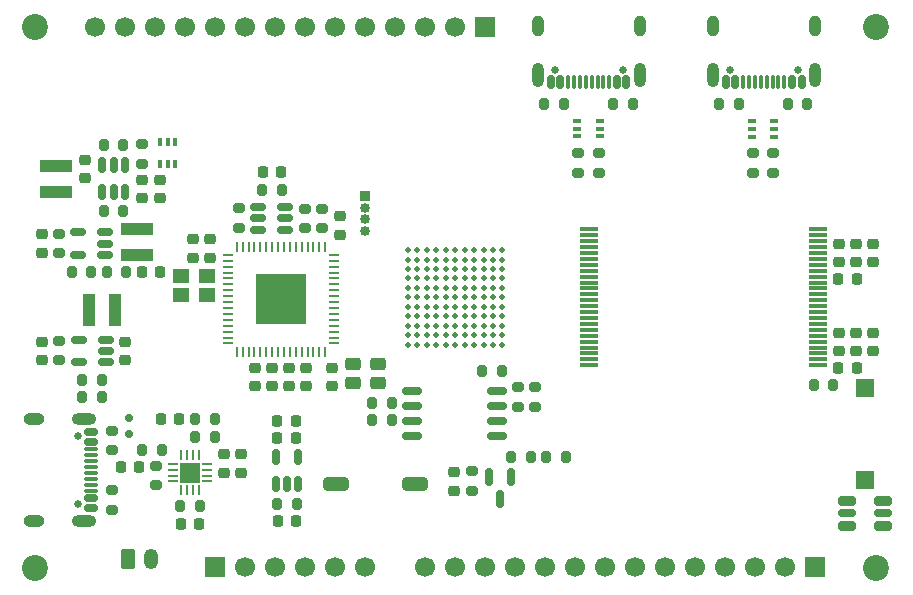
<source format=gbr>
%TF.GenerationSoftware,KiCad,Pcbnew,9.0.3*%
%TF.CreationDate,2025-10-26T12:54:33-04:00*%
%TF.ProjectId,SeedSBC_rev1_1,53656564-5342-4435-9f72-6576315f312e,rev?*%
%TF.SameCoordinates,Original*%
%TF.FileFunction,Soldermask,Top*%
%TF.FilePolarity,Negative*%
%FSLAX46Y46*%
G04 Gerber Fmt 4.6, Leading zero omitted, Abs format (unit mm)*
G04 Created by KiCad (PCBNEW 9.0.3) date 2025-10-26 12:54:33*
%MOMM*%
%LPD*%
G01*
G04 APERTURE LIST*
G04 Aperture macros list*
%AMRoundRect*
0 Rectangle with rounded corners*
0 $1 Rounding radius*
0 $2 $3 $4 $5 $6 $7 $8 $9 X,Y pos of 4 corners*
0 Add a 4 corners polygon primitive as box body*
4,1,4,$2,$3,$4,$5,$6,$7,$8,$9,$2,$3,0*
0 Add four circle primitives for the rounded corners*
1,1,$1+$1,$2,$3*
1,1,$1+$1,$4,$5*
1,1,$1+$1,$6,$7*
1,1,$1+$1,$8,$9*
0 Add four rect primitives between the rounded corners*
20,1,$1+$1,$2,$3,$4,$5,0*
20,1,$1+$1,$4,$5,$6,$7,0*
20,1,$1+$1,$6,$7,$8,$9,0*
20,1,$1+$1,$8,$9,$2,$3,0*%
G04 Aperture macros list end*
%ADD10RoundRect,0.200000X0.200000X0.275000X-0.200000X0.275000X-0.200000X-0.275000X0.200000X-0.275000X0*%
%ADD11RoundRect,0.200000X0.275000X-0.200000X0.275000X0.200000X-0.275000X0.200000X-0.275000X-0.200000X0*%
%ADD12RoundRect,0.225000X0.250000X-0.225000X0.250000X0.225000X-0.250000X0.225000X-0.250000X-0.225000X0*%
%ADD13RoundRect,0.150000X-0.200000X0.150000X-0.200000X-0.150000X0.200000X-0.150000X0.200000X0.150000X0*%
%ADD14RoundRect,0.150000X-0.150000X0.587500X-0.150000X-0.587500X0.150000X-0.587500X0.150000X0.587500X0*%
%ADD15C,0.650000*%
%ADD16RoundRect,0.150000X-0.425000X0.150000X-0.425000X-0.150000X0.425000X-0.150000X0.425000X0.150000X0*%
%ADD17RoundRect,0.075000X-0.500000X0.075000X-0.500000X-0.075000X0.500000X-0.075000X0.500000X0.075000X0*%
%ADD18O,2.100000X1.000000*%
%ADD19O,1.800000X1.000000*%
%ADD20RoundRect,0.200000X-0.200000X-0.275000X0.200000X-0.275000X0.200000X0.275000X-0.200000X0.275000X0*%
%ADD21R,1.000000X2.700000*%
%ADD22R,2.700000X1.000000*%
%ADD23RoundRect,0.160000X0.565000X0.240000X-0.565000X0.240000X-0.565000X-0.240000X0.565000X-0.240000X0*%
%ADD24RoundRect,0.120000X0.605000X0.180000X-0.605000X0.180000X-0.605000X-0.180000X0.605000X-0.180000X0*%
%ADD25RoundRect,0.225000X-0.250000X0.225000X-0.250000X-0.225000X0.250000X-0.225000X0.250000X0.225000X0*%
%ADD26RoundRect,0.200000X-0.275000X0.200000X-0.275000X-0.200000X0.275000X-0.200000X0.275000X0.200000X0*%
%ADD27RoundRect,0.250000X-0.350000X-0.625000X0.350000X-0.625000X0.350000X0.625000X-0.350000X0.625000X0*%
%ADD28O,1.200000X1.750000*%
%ADD29RoundRect,0.225000X0.225000X0.250000X-0.225000X0.250000X-0.225000X-0.250000X0.225000X-0.250000X0*%
%ADD30RoundRect,0.250000X-0.830000X-0.310000X0.830000X-0.310000X0.830000X0.310000X-0.830000X0.310000X0*%
%ADD31RoundRect,0.150000X0.512500X0.150000X-0.512500X0.150000X-0.512500X-0.150000X0.512500X-0.150000X0*%
%ADD32RoundRect,0.218750X0.256250X-0.218750X0.256250X0.218750X-0.256250X0.218750X-0.256250X-0.218750X0*%
%ADD33RoundRect,0.150000X0.150000X-0.512500X0.150000X0.512500X-0.150000X0.512500X-0.150000X-0.512500X0*%
%ADD34RoundRect,0.100000X0.225000X0.100000X-0.225000X0.100000X-0.225000X-0.100000X0.225000X-0.100000X0*%
%ADD35RoundRect,0.062500X-0.337500X-0.062500X0.337500X-0.062500X0.337500X0.062500X-0.337500X0.062500X0*%
%ADD36RoundRect,0.062500X-0.062500X-0.337500X0.062500X-0.337500X0.062500X0.337500X-0.062500X0.337500X0*%
%ADD37R,4.350000X4.350000*%
%ADD38R,1.500000X1.500000*%
%ADD39C,2.200000*%
%ADD40RoundRect,0.150000X-0.512500X-0.150000X0.512500X-0.150000X0.512500X0.150000X-0.512500X0.150000X0*%
%ADD41C,0.500000*%
%ADD42R,1.400000X1.200000*%
%ADD43RoundRect,0.150000X0.150000X0.425000X-0.150000X0.425000X-0.150000X-0.425000X0.150000X-0.425000X0*%
%ADD44RoundRect,0.075000X0.075000X0.500000X-0.075000X0.500000X-0.075000X-0.500000X0.075000X-0.500000X0*%
%ADD45O,1.000000X2.100000*%
%ADD46O,1.000000X1.800000*%
%ADD47RoundRect,0.218750X-0.256250X0.218750X-0.256250X-0.218750X0.256250X-0.218750X0.256250X0.218750X0*%
%ADD48R,1.700000X1.700000*%
%ADD49C,1.700000*%
%ADD50RoundRect,0.162500X-0.650000X-0.162500X0.650000X-0.162500X0.650000X0.162500X-0.650000X0.162500X0*%
%ADD51RoundRect,0.225000X-0.225000X-0.250000X0.225000X-0.250000X0.225000X0.250000X-0.225000X0.250000X0*%
%ADD52RoundRect,0.218750X-0.218750X-0.256250X0.218750X-0.256250X0.218750X0.256250X-0.218750X0.256250X0*%
%ADD53RoundRect,0.250000X-0.400000X-0.300000X0.400000X-0.300000X0.400000X0.300000X-0.400000X0.300000X0*%
%ADD54RoundRect,0.218750X0.218750X0.256250X-0.218750X0.256250X-0.218750X-0.256250X0.218750X-0.256250X0*%
%ADD55RoundRect,0.100000X-0.100000X0.225000X-0.100000X-0.225000X0.100000X-0.225000X0.100000X0.225000X0*%
%ADD56RoundRect,0.075000X-0.712500X-0.075000X0.712500X-0.075000X0.712500X0.075000X-0.712500X0.075000X0*%
%ADD57RoundRect,0.062500X0.062500X-0.350000X0.062500X0.350000X-0.062500X0.350000X-0.062500X-0.350000X0*%
%ADD58RoundRect,0.062500X0.350000X-0.062500X0.350000X0.062500X-0.350000X0.062500X-0.350000X-0.062500X0*%
%ADD59R,1.680000X1.680000*%
%ADD60R,0.850000X0.850000*%
%ADD61C,0.850000*%
G04 APERTURE END LIST*
D10*
%TO.C,R26*%
X148900000Y-85200000D03*
X147250000Y-85200000D03*
%TD*%
D11*
%TO.C,R21*%
X106154000Y-106944600D03*
X106154000Y-105294600D03*
%TD*%
D10*
%TO.C,R23*%
X163700000Y-85200000D03*
X162050000Y-85200000D03*
%TD*%
D12*
%TO.C,C33*%
X173620000Y-98605000D03*
X173620000Y-97055000D03*
%TD*%
D13*
%TO.C,D1*%
X112070000Y-113210000D03*
X112070000Y-111810000D03*
%TD*%
D14*
%TO.C,Q2*%
X144460000Y-116815000D03*
X142560000Y-116815000D03*
X143510000Y-118690000D03*
%TD*%
D11*
%TO.C,R18*%
X145000000Y-110860000D03*
X145000000Y-109210000D03*
%TD*%
D15*
%TO.C,J6*%
X107757500Y-113335000D03*
X107757500Y-119115000D03*
D16*
X108832500Y-113025000D03*
X108832500Y-113825000D03*
D17*
X108832500Y-114975000D03*
X108832500Y-115975000D03*
X108832500Y-116475000D03*
X108832500Y-117475000D03*
D16*
X108832500Y-118625000D03*
X108832500Y-119425000D03*
X108832500Y-119425000D03*
X108832500Y-118625000D03*
D17*
X108832500Y-117975000D03*
X108832500Y-116975000D03*
X108832500Y-115475000D03*
X108832500Y-114475000D03*
D16*
X108832500Y-113825000D03*
X108832500Y-113025000D03*
D18*
X108257500Y-111905000D03*
D19*
X104077500Y-111905000D03*
D18*
X108257500Y-120545000D03*
D19*
X104077500Y-120545000D03*
%TD*%
D12*
%TO.C,C40*%
X124170000Y-109100000D03*
X124170000Y-107550000D03*
%TD*%
D20*
%TO.C,R53*%
X116400000Y-119300000D03*
X118050000Y-119300000D03*
%TD*%
D21*
%TO.C,L1*%
X108686500Y-102679600D03*
X110886500Y-102679600D03*
%TD*%
D22*
%TO.C,L2*%
X112725200Y-95801200D03*
X112725200Y-98001200D03*
%TD*%
D23*
%TO.C,D3*%
X175925000Y-120940000D03*
D24*
X175925000Y-119890000D03*
D23*
X175925000Y-118840000D03*
X172875000Y-118840000D03*
D24*
X172875000Y-119890000D03*
D23*
X172875000Y-120940000D03*
%TD*%
D25*
%TO.C,C16*%
X108351600Y-89957400D03*
X108351600Y-91507400D03*
%TD*%
D26*
%TO.C,R35*%
X150110000Y-89385000D03*
X150110000Y-91035000D03*
%TD*%
D12*
%TO.C,C55*%
X175090000Y-98605000D03*
X175090000Y-97055000D03*
%TD*%
D20*
%TO.C,R24*%
X167850000Y-85200000D03*
X169500000Y-85200000D03*
%TD*%
D27*
%TO.C,J3*%
X111960000Y-123740000D03*
D28*
X113960000Y-123740000D03*
%TD*%
D29*
%TO.C,C4*%
X116330000Y-111940000D03*
X114780000Y-111940000D03*
%TD*%
D11*
%TO.C,R10*%
X110640000Y-114555000D03*
X110640000Y-112905000D03*
%TD*%
D30*
%TO.C,JP2*%
X129578600Y-117398800D03*
X136308600Y-117398800D03*
%TD*%
D11*
%TO.C,R16*%
X146460000Y-110870000D03*
X146460000Y-109220000D03*
%TD*%
D31*
%TO.C,U11*%
X110094000Y-107074600D03*
X110094000Y-106124600D03*
X110094000Y-105174600D03*
X107819000Y-105174600D03*
X107819000Y-107074600D03*
%TD*%
D32*
%TO.C,D6*%
X121570000Y-116435000D03*
X121570000Y-114860000D03*
%TD*%
D31*
%TO.C,U1*%
X110063200Y-97993200D03*
X110063200Y-97043200D03*
X110063200Y-96093200D03*
X107788200Y-96093200D03*
X107788200Y-97993200D03*
%TD*%
D33*
%TO.C,U4*%
X109831600Y-92647400D03*
X110781600Y-92647400D03*
X111731600Y-92647400D03*
X111731600Y-90372400D03*
X110781600Y-90372400D03*
X109831600Y-90372400D03*
%TD*%
D20*
%TO.C,R13*%
X107223200Y-99473200D03*
X108873200Y-99473200D03*
%TD*%
D33*
%TO.C,U10*%
X124490000Y-117420000D03*
X125440000Y-117420000D03*
X126390000Y-117420000D03*
X126390000Y-115145000D03*
X124490000Y-115145000D03*
%TD*%
D25*
%TO.C,C41*%
X173620000Y-104580000D03*
X173620000Y-106130000D03*
%TD*%
D10*
%TO.C,R9*%
X109764000Y-108559600D03*
X108114000Y-108559600D03*
%TD*%
D20*
%TO.C,R48*%
X123350000Y-92479600D03*
X125000000Y-92479600D03*
%TD*%
D34*
%TO.C,U14*%
X166710000Y-88009200D03*
X166710000Y-87359200D03*
X166710000Y-86709200D03*
X164810000Y-86709200D03*
X164810000Y-87359200D03*
X164810000Y-88009200D03*
%TD*%
D35*
%TO.C,U8*%
X120500000Y-98000000D03*
X120500000Y-98500000D03*
X120500000Y-99000000D03*
X120500000Y-99500000D03*
X120500000Y-100000000D03*
X120500000Y-100500000D03*
X120500000Y-101000000D03*
X120500000Y-101500000D03*
X120500000Y-102000000D03*
X120500000Y-102500000D03*
X120500000Y-103000000D03*
X120500000Y-103500000D03*
X120500000Y-104000000D03*
X120500000Y-104500000D03*
X120500000Y-105000000D03*
X120500000Y-105500000D03*
D36*
X121200000Y-106200000D03*
X121700000Y-106200000D03*
X122200000Y-106200000D03*
X122700000Y-106200000D03*
X123200000Y-106200000D03*
X123700000Y-106200000D03*
X124200000Y-106200000D03*
X124700000Y-106200000D03*
X125200000Y-106200000D03*
X125700000Y-106200000D03*
X126200000Y-106200000D03*
X126700000Y-106200000D03*
X127200000Y-106200000D03*
X127700000Y-106200000D03*
X128200000Y-106200000D03*
X128700000Y-106200000D03*
D35*
X129400000Y-105500000D03*
X129400000Y-105000000D03*
X129400000Y-104500000D03*
X129400000Y-104000000D03*
X129400000Y-103500000D03*
X129400000Y-103000000D03*
X129400000Y-102500000D03*
X129400000Y-102000000D03*
X129400000Y-101500000D03*
X129400000Y-101000000D03*
X129400000Y-100500000D03*
X129400000Y-100000000D03*
X129400000Y-99500000D03*
X129400000Y-99000000D03*
X129400000Y-98500000D03*
X129400000Y-98000000D03*
D36*
X128700000Y-97300000D03*
X128200000Y-97300000D03*
X127700000Y-97300000D03*
X127200000Y-97300000D03*
X126700000Y-97300000D03*
X126200000Y-97300000D03*
X125700000Y-97300000D03*
X125200000Y-97300000D03*
X124700000Y-97300000D03*
X124200000Y-97300000D03*
X123700000Y-97300000D03*
X123200000Y-97300000D03*
X122700000Y-97300000D03*
X122200000Y-97300000D03*
X121700000Y-97300000D03*
X121200000Y-97300000D03*
D37*
X124950000Y-101750000D03*
%TD*%
D12*
%TO.C,C42*%
X125630000Y-109100000D03*
X125630000Y-107550000D03*
%TD*%
D11*
%TO.C,R5*%
X114377500Y-117515000D03*
X114377500Y-115865000D03*
%TD*%
D25*
%TO.C,C15*%
X175080000Y-104580000D03*
X175080000Y-106130000D03*
%TD*%
D38*
%TO.C,SW1*%
X174390000Y-117090000D03*
X174390000Y-109290000D03*
%TD*%
D39*
%TO.C,H2*%
X175300000Y-78700000D03*
%TD*%
D11*
%TO.C,R50*%
X128430000Y-95739600D03*
X128430000Y-94089600D03*
%TD*%
%TO.C,R49*%
X126970000Y-95734600D03*
X126970000Y-94084600D03*
%TD*%
D10*
%TO.C,R17*%
X134310000Y-112000000D03*
X132660000Y-112000000D03*
%TD*%
D12*
%TO.C,C37*%
X117468800Y-98230000D03*
X117468800Y-96680000D03*
%TD*%
D20*
%TO.C,R27*%
X153080000Y-85200000D03*
X154730000Y-85200000D03*
%TD*%
D10*
%TO.C,R4*%
X114832500Y-114485000D03*
X113182500Y-114485000D03*
%TD*%
D40*
%TO.C,U7*%
X123042500Y-93959600D03*
X123042500Y-94909600D03*
X123042500Y-95859600D03*
X125317500Y-95859600D03*
X125317500Y-94909600D03*
X125317500Y-93959600D03*
%TD*%
D41*
%TO.C,U2*%
X135700000Y-97600000D03*
X136500000Y-97600000D03*
X137300000Y-97600000D03*
X138100000Y-97600000D03*
X138900000Y-97600000D03*
X139700000Y-97600000D03*
X140500000Y-97600000D03*
X141300000Y-97600000D03*
X142100000Y-97600000D03*
X142900000Y-97600000D03*
X143700000Y-97600000D03*
X135700000Y-98400000D03*
X136500000Y-98400000D03*
X137300000Y-98400000D03*
X138100000Y-98400000D03*
X138900000Y-98400000D03*
X139700000Y-98400000D03*
X140500000Y-98400000D03*
X141300000Y-98400000D03*
X142100000Y-98400000D03*
X142900000Y-98400000D03*
X143700000Y-98400000D03*
X135700000Y-99200000D03*
X136500000Y-99200000D03*
X137300000Y-99200000D03*
X138100000Y-99200000D03*
X138900000Y-99200000D03*
X139700000Y-99200000D03*
X140500000Y-99200000D03*
X141300000Y-99200000D03*
X142100000Y-99200000D03*
X142900000Y-99200000D03*
X143700000Y-99200000D03*
X135700000Y-100000000D03*
X136500000Y-100000000D03*
X137300000Y-100000000D03*
X138100000Y-100000000D03*
X138900000Y-100000000D03*
X139700000Y-100000000D03*
X140500000Y-100000000D03*
X141300000Y-100000000D03*
X142100000Y-100000000D03*
X142900000Y-100000000D03*
X143700000Y-100000000D03*
X135700000Y-100800000D03*
X136500000Y-100800000D03*
X137300000Y-100800000D03*
X138100000Y-100800000D03*
X138900000Y-100800000D03*
X139700000Y-100800000D03*
X140500000Y-100800000D03*
X141300000Y-100800000D03*
X142100000Y-100800000D03*
X142900000Y-100800000D03*
X143700000Y-100800000D03*
X135700000Y-101600000D03*
X136500000Y-101600000D03*
X137300000Y-101600000D03*
X138100000Y-101600000D03*
X138900000Y-101600000D03*
X139700000Y-101600000D03*
X140500000Y-101600000D03*
X141300000Y-101600000D03*
X142100000Y-101600000D03*
X142900000Y-101600000D03*
X143700000Y-101600000D03*
X135700000Y-102400000D03*
X136500000Y-102400000D03*
X137300000Y-102400000D03*
X138100000Y-102400000D03*
X138900000Y-102400000D03*
X139700000Y-102400000D03*
X140500000Y-102400000D03*
X141300000Y-102400000D03*
X142100000Y-102400000D03*
X142900000Y-102400000D03*
X143700000Y-102400000D03*
X135700000Y-103200000D03*
X136500000Y-103200000D03*
X137300000Y-103200000D03*
X138100000Y-103200000D03*
X138900000Y-103200000D03*
X139700000Y-103200000D03*
X140500000Y-103200000D03*
X141300000Y-103200000D03*
X142100000Y-103200000D03*
X142900000Y-103200000D03*
X143700000Y-103200000D03*
X135700000Y-104000000D03*
X136500000Y-104000000D03*
X137300000Y-104000000D03*
X138100000Y-104000000D03*
X138900000Y-104000000D03*
X139700000Y-104000000D03*
X140500000Y-104000000D03*
X141300000Y-104000000D03*
X142100000Y-104000000D03*
X142900000Y-104000000D03*
X143700000Y-104000000D03*
X135700000Y-104800000D03*
X136500000Y-104800000D03*
X137300000Y-104800000D03*
X138100000Y-104800000D03*
X138900000Y-104800000D03*
X139700000Y-104800000D03*
X140500000Y-104800000D03*
X141300000Y-104800000D03*
X142100000Y-104800000D03*
X142900000Y-104800000D03*
X143700000Y-104800000D03*
X135700000Y-105600000D03*
X136500000Y-105600000D03*
X137300000Y-105600000D03*
X138100000Y-105600000D03*
X138900000Y-105600000D03*
X139700000Y-105600000D03*
X140500000Y-105600000D03*
X141300000Y-105600000D03*
X142100000Y-105600000D03*
X142900000Y-105600000D03*
X143700000Y-105600000D03*
%TD*%
D42*
%TO.C,Y1*%
X118668800Y-99830000D03*
X118668800Y-101430000D03*
X116468800Y-101430000D03*
X116468800Y-99830000D03*
%TD*%
D15*
%TO.C,J1*%
X168710000Y-82315000D03*
X162930000Y-82315000D03*
D43*
X169020000Y-83390000D03*
X168220000Y-83390000D03*
D44*
X167070000Y-83390000D03*
X166070000Y-83390000D03*
X165570000Y-83390000D03*
X164570000Y-83390000D03*
D43*
X163420000Y-83390000D03*
X162620000Y-83390000D03*
X162620000Y-83390000D03*
X163420000Y-83390000D03*
D44*
X164070000Y-83390000D03*
X165070000Y-83390000D03*
X166570000Y-83390000D03*
X167570000Y-83390000D03*
D43*
X168220000Y-83390000D03*
X169020000Y-83390000D03*
D45*
X170140000Y-82815000D03*
D46*
X170140000Y-78635000D03*
D45*
X161500000Y-82815000D03*
D46*
X161500000Y-78635000D03*
%TD*%
D47*
%TO.C,D4*%
X139620000Y-116385000D03*
X139620000Y-117960000D03*
%TD*%
D15*
%TO.C,J7*%
X153890000Y-82315000D03*
X148110000Y-82315000D03*
D43*
X154200000Y-83390000D03*
X153400000Y-83390000D03*
D44*
X152250000Y-83390000D03*
X151250000Y-83390000D03*
X150750000Y-83390000D03*
X149750000Y-83390000D03*
D43*
X148600000Y-83390000D03*
X147800000Y-83390000D03*
X147800000Y-83390000D03*
X148600000Y-83390000D03*
D44*
X149250000Y-83390000D03*
X150250000Y-83390000D03*
X151750000Y-83390000D03*
X152750000Y-83390000D03*
D43*
X153400000Y-83390000D03*
X154200000Y-83390000D03*
D45*
X155320000Y-82815000D03*
D46*
X155320000Y-78635000D03*
D45*
X146680000Y-82815000D03*
D46*
X146680000Y-78635000D03*
%TD*%
D25*
%TO.C,C56*%
X172160000Y-104580000D03*
X172160000Y-106130000D03*
%TD*%
D20*
%TO.C,R40*%
X147410000Y-115110000D03*
X149060000Y-115110000D03*
%TD*%
D48*
%TO.C,J4*%
X119380000Y-124460000D03*
D49*
X121920000Y-124460000D03*
X124460000Y-124460000D03*
X127000000Y-124460000D03*
X129540000Y-124460000D03*
X132080000Y-124460000D03*
%TD*%
D26*
%TO.C,R37*%
X121400000Y-94069600D03*
X121400000Y-95719600D03*
%TD*%
%TO.C,R44*%
X164890000Y-89410000D03*
X164890000Y-91060000D03*
%TD*%
D25*
%TO.C,C34*%
X113211600Y-91662400D03*
X113211600Y-93212400D03*
%TD*%
D50*
%TO.C,U3*%
X136025000Y-109560000D03*
X136025000Y-110830000D03*
X136025000Y-112100000D03*
X136025000Y-113370000D03*
X143200000Y-113370000D03*
X143200000Y-112100000D03*
X143200000Y-110830000D03*
X143200000Y-109560000D03*
%TD*%
D51*
%TO.C,C9*%
X113188200Y-99473200D03*
X114738200Y-99473200D03*
%TD*%
D20*
%TO.C,R55*%
X109951600Y-94292400D03*
X111601600Y-94292400D03*
%TD*%
D51*
%TO.C,C13*%
X172140000Y-107560000D03*
X173690000Y-107560000D03*
%TD*%
D10*
%TO.C,R6*%
X119337500Y-111940000D03*
X117687500Y-111940000D03*
%TD*%
D20*
%TO.C,R8*%
X108114000Y-110019600D03*
X109764000Y-110019600D03*
%TD*%
D51*
%TO.C,C64*%
X111400000Y-115940000D03*
X112950000Y-115940000D03*
%TD*%
D10*
%TO.C,R31*%
X171690000Y-109030000D03*
X170040000Y-109030000D03*
%TD*%
D25*
%TO.C,C6*%
X111734000Y-105339600D03*
X111734000Y-106889600D03*
%TD*%
D39*
%TO.C,H1*%
X104100000Y-78700000D03*
%TD*%
D20*
%TO.C,R22*%
X141980000Y-107830000D03*
X143630000Y-107830000D03*
%TD*%
%TO.C,R39*%
X109961600Y-88732400D03*
X111611600Y-88732400D03*
%TD*%
D25*
%TO.C,C5*%
X104684000Y-105344600D03*
X104684000Y-106894600D03*
%TD*%
D12*
%TO.C,C39*%
X172160000Y-98605000D03*
X172160000Y-97055000D03*
%TD*%
D34*
%TO.C,U15*%
X151930000Y-87979200D03*
X151930000Y-87329200D03*
X151930000Y-86679200D03*
X150030000Y-86679200D03*
X150030000Y-87329200D03*
X150030000Y-87979200D03*
%TD*%
D52*
%TO.C,L6*%
X124625000Y-113500000D03*
X126200000Y-113500000D03*
%TD*%
D53*
%TO.C,Y2*%
X131050000Y-108880000D03*
X133150000Y-108880000D03*
X133150000Y-107230000D03*
X131050000Y-107230000D03*
%TD*%
D20*
%TO.C,R54*%
X124638000Y-119088400D03*
X126288000Y-119088400D03*
%TD*%
D11*
%TO.C,R42*%
X141080000Y-117990000D03*
X141080000Y-116340000D03*
%TD*%
D25*
%TO.C,C14*%
X129270000Y-107550000D03*
X129270000Y-109100000D03*
%TD*%
D54*
%TO.C,L4*%
X173690000Y-100040000D03*
X172115000Y-100040000D03*
%TD*%
D22*
%TO.C,L3*%
X105871600Y-90502400D03*
X105871600Y-92702400D03*
%TD*%
D20*
%TO.C,R12*%
X110183200Y-99473200D03*
X111833200Y-99473200D03*
%TD*%
D39*
%TO.C,H4*%
X104100000Y-124500000D03*
%TD*%
D55*
%TO.C,U12*%
X115991600Y-88412400D03*
X115341600Y-88412400D03*
X114691600Y-88412400D03*
X114691600Y-90312400D03*
X115341600Y-90312400D03*
X115991600Y-90312400D03*
%TD*%
D25*
%TO.C,C35*%
X114671600Y-91662400D03*
X114671600Y-93212400D03*
%TD*%
D56*
%TO.C,U6*%
X151012500Y-95850000D03*
X151012500Y-96350000D03*
X151012500Y-96850000D03*
X151012500Y-97350000D03*
X151012500Y-97850000D03*
X151012500Y-98350000D03*
X151012500Y-98850000D03*
X151012500Y-99350000D03*
X151012500Y-99850000D03*
X151012500Y-100350000D03*
X151012500Y-100850000D03*
X151012500Y-101350000D03*
X151012500Y-101850000D03*
X151012500Y-102350000D03*
X151012500Y-102850000D03*
X151012500Y-103350000D03*
X151012500Y-103850000D03*
X151012500Y-104350000D03*
X151012500Y-104850000D03*
X151012500Y-105350000D03*
X151012500Y-105850000D03*
X151012500Y-106350000D03*
X151012500Y-106850000D03*
X151012500Y-107350000D03*
X170387500Y-107350000D03*
X170387500Y-106850000D03*
X170387500Y-106350000D03*
X170387500Y-105850000D03*
X170387500Y-105350000D03*
X170387500Y-104850000D03*
X170387500Y-104350000D03*
X170387500Y-103850000D03*
X170387500Y-103350000D03*
X170387500Y-102850000D03*
X170387500Y-102350000D03*
X170387500Y-101850000D03*
X170387500Y-101350000D03*
X170387500Y-100850000D03*
X170387500Y-100350000D03*
X170387500Y-99850000D03*
X170387500Y-99350000D03*
X170387500Y-98850000D03*
X170387500Y-98350000D03*
X170387500Y-97850000D03*
X170387500Y-97350000D03*
X170387500Y-96850000D03*
X170387500Y-96350000D03*
X170387500Y-95850000D03*
%TD*%
D10*
%TO.C,R7*%
X119337500Y-113440000D03*
X117687500Y-113440000D03*
%TD*%
D12*
%TO.C,C38*%
X122710000Y-109100000D03*
X122710000Y-107550000D03*
%TD*%
D57*
%TO.C,U9*%
X116487500Y-117902500D03*
X116987500Y-117902500D03*
X117487500Y-117902500D03*
X117987500Y-117902500D03*
D58*
X118700000Y-117190000D03*
X118700000Y-116690000D03*
X118700000Y-116190000D03*
X118700000Y-115690000D03*
D57*
X117987500Y-114977500D03*
X117487500Y-114977500D03*
X116987500Y-114977500D03*
X116487500Y-114977500D03*
D58*
X115775000Y-115690000D03*
X115775000Y-116190000D03*
X115775000Y-116690000D03*
X115775000Y-117190000D03*
D59*
X117237500Y-116440000D03*
%TD*%
D12*
%TO.C,C36*%
X118938800Y-98230000D03*
X118938800Y-96680000D03*
%TD*%
D26*
%TO.C,R38*%
X113211600Y-88657400D03*
X113211600Y-90307400D03*
%TD*%
%TO.C,R43*%
X166630000Y-89415000D03*
X166630000Y-91065000D03*
%TD*%
D39*
%TO.C,H3*%
X175300000Y-124500000D03*
%TD*%
D12*
%TO.C,C44*%
X129946400Y-96292000D03*
X129946400Y-94742000D03*
%TD*%
D25*
%TO.C,C7*%
X104693200Y-96263200D03*
X104693200Y-97813200D03*
%TD*%
D51*
%TO.C,C45*%
X116450000Y-120770000D03*
X118000000Y-120770000D03*
%TD*%
D12*
%TO.C,C43*%
X127090000Y-109100000D03*
X127090000Y-107550000D03*
%TD*%
D29*
%TO.C,C10*%
X126198000Y-112038400D03*
X124648000Y-112038400D03*
%TD*%
D10*
%TO.C,R41*%
X146100000Y-115100000D03*
X144450000Y-115100000D03*
%TD*%
D11*
%TO.C,R29*%
X106153200Y-97868200D03*
X106153200Y-96218200D03*
%TD*%
D26*
%TO.C,R25*%
X151850000Y-89380000D03*
X151850000Y-91030000D03*
%TD*%
D32*
%TO.C,D2*%
X120100000Y-116435000D03*
X120100000Y-114860000D03*
%TD*%
D48*
%TO.C,J8*%
X170180000Y-124460000D03*
D49*
X167640000Y-124460000D03*
X165100000Y-124460000D03*
X162560000Y-124460000D03*
X160020000Y-124460000D03*
X157480000Y-124460000D03*
X154940000Y-124460000D03*
X152400000Y-124460000D03*
X149860000Y-124460000D03*
X147320000Y-124460000D03*
X144780000Y-124460000D03*
X142240000Y-124460000D03*
X139700000Y-124460000D03*
X137160000Y-124460000D03*
%TD*%
D48*
%TO.C,J5*%
X142240000Y-78740000D03*
D49*
X139700000Y-78740000D03*
X137160000Y-78740000D03*
X134620000Y-78740000D03*
X132080000Y-78740000D03*
X129540000Y-78740000D03*
X127000000Y-78740000D03*
X124460000Y-78740000D03*
X121920000Y-78740000D03*
X119380000Y-78740000D03*
X116840000Y-78740000D03*
X114300000Y-78740000D03*
X111760000Y-78740000D03*
X109220000Y-78740000D03*
%TD*%
D60*
%TO.C,J9*%
X132080000Y-93000000D03*
D61*
X132080000Y-94000000D03*
X132080000Y-95000000D03*
X132080000Y-96000000D03*
%TD*%
D10*
%TO.C,R36*%
X134315000Y-110540000D03*
X132665000Y-110540000D03*
%TD*%
D51*
%TO.C,C8*%
X124688000Y-120548400D03*
X126238000Y-120548400D03*
%TD*%
D26*
%TO.C,R11*%
X110650000Y-117945000D03*
X110650000Y-119595000D03*
%TD*%
D29*
%TO.C,C60*%
X124950000Y-91019600D03*
X123400000Y-91019600D03*
%TD*%
M02*

</source>
